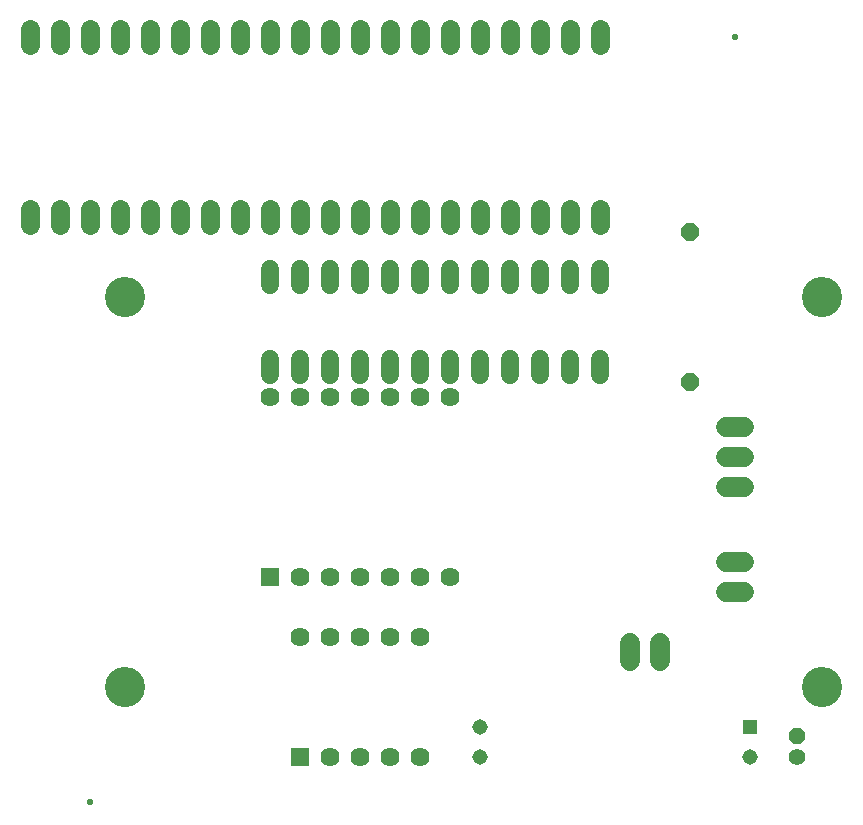
<source format=gbr>
G04 EAGLE Gerber RS-274X export*
G75*
%MOMM*%
%FSLAX34Y34*%
%LPD*%
%INSoldermask Bottom*%
%IPPOS*%
%AMOC8*
5,1,8,0,0,1.08239X$1,22.5*%
G01*
%ADD10C,3.403200*%
%ADD11C,0.553200*%
%ADD12P,1.539592X8X112.500000*%
%ADD13C,1.422400*%
%ADD14R,1.621200X1.621200*%
%ADD15C,1.621200*%
%ADD16C,1.727200*%
%ADD17P,1.649562X8X112.500000*%
%ADD18C,1.311200*%
%ADD19R,1.311200X1.311200*%
%ADD20C,1.611200*%
%ADD21C,1.524000*%


D10*
X785000Y288000D03*
X785000Y618000D03*
X195000Y288000D03*
X195000Y618000D03*
D11*
X711200Y838200D03*
X165100Y190500D03*
D12*
X763270Y246380D03*
D13*
X763270Y228600D03*
D14*
X317500Y381000D03*
D15*
X342900Y381000D03*
X368300Y381000D03*
X393700Y381000D03*
X419100Y381000D03*
X444500Y381000D03*
X469900Y381000D03*
X469900Y533400D03*
X444500Y533400D03*
X419100Y533400D03*
X393700Y533400D03*
X368300Y533400D03*
X342900Y533400D03*
X317500Y533400D03*
D16*
X703580Y393700D02*
X718820Y393700D01*
X718820Y368300D02*
X703580Y368300D01*
X703580Y457200D02*
X718820Y457200D01*
X718820Y482600D02*
X703580Y482600D01*
X703580Y508000D02*
X718820Y508000D01*
X622300Y325120D02*
X622300Y309880D01*
X647700Y309880D02*
X647700Y325120D01*
D17*
X673100Y546100D03*
X673100Y673100D03*
D18*
X495300Y254000D03*
X495300Y228600D03*
D19*
X723900Y254000D03*
D18*
X723900Y228600D03*
D14*
X342900Y228600D03*
D15*
X368300Y228600D03*
X393700Y228600D03*
X419100Y228600D03*
X444500Y228600D03*
X444500Y330200D03*
X419100Y330200D03*
X393700Y330200D03*
X368300Y330200D03*
X342900Y330200D03*
D20*
X114300Y678760D02*
X114300Y692840D01*
X139700Y692840D02*
X139700Y678760D01*
X165100Y678760D02*
X165100Y692840D01*
X190500Y692840D02*
X190500Y678760D01*
X215900Y678760D02*
X215900Y692840D01*
X241300Y692840D02*
X241300Y678760D01*
X266700Y678760D02*
X266700Y692840D01*
X292100Y692840D02*
X292100Y678760D01*
X317500Y678760D02*
X317500Y692840D01*
X342900Y692840D02*
X342900Y678760D01*
X368300Y678760D02*
X368300Y692840D01*
X393700Y692840D02*
X393700Y678760D01*
X419100Y678760D02*
X419100Y692840D01*
X444500Y692840D02*
X444500Y678760D01*
X469900Y678760D02*
X469900Y692840D01*
X495300Y692840D02*
X495300Y678760D01*
X520700Y678760D02*
X520700Y692840D01*
X546100Y692840D02*
X546100Y678760D01*
X571500Y678760D02*
X571500Y692840D01*
X596900Y692840D02*
X596900Y678760D01*
X114300Y831160D02*
X114300Y845240D01*
X139700Y845240D02*
X139700Y831160D01*
X165100Y831160D02*
X165100Y845240D01*
X190500Y845240D02*
X190500Y831160D01*
X215900Y831160D02*
X215900Y845240D01*
X241300Y845240D02*
X241300Y831160D01*
X266700Y831160D02*
X266700Y845240D01*
X292100Y845240D02*
X292100Y831160D01*
X317500Y831160D02*
X317500Y845240D01*
X342900Y845240D02*
X342900Y831160D01*
X368300Y831160D02*
X368300Y845240D01*
X393700Y845240D02*
X393700Y831160D01*
X419100Y831160D02*
X419100Y845240D01*
X444500Y845240D02*
X444500Y831160D01*
X469900Y831160D02*
X469900Y845240D01*
X495300Y845240D02*
X495300Y831160D01*
X520700Y831160D02*
X520700Y845240D01*
X546100Y845240D02*
X546100Y831160D01*
X571500Y831160D02*
X571500Y845240D01*
X596900Y845240D02*
X596900Y831160D01*
D21*
X317500Y565404D02*
X317500Y552196D01*
X342900Y552196D02*
X342900Y565404D01*
X368300Y565404D02*
X368300Y552196D01*
X393700Y552196D02*
X393700Y565404D01*
X419100Y565404D02*
X419100Y552196D01*
X444500Y552196D02*
X444500Y565404D01*
X469900Y565404D02*
X469900Y552196D01*
X495300Y552196D02*
X495300Y565404D01*
X520700Y565404D02*
X520700Y552196D01*
X546100Y552196D02*
X546100Y565404D01*
X571500Y565404D02*
X571500Y552196D01*
X596900Y552196D02*
X596900Y565404D01*
X596900Y628396D02*
X596900Y641604D01*
X571500Y641604D02*
X571500Y628396D01*
X546100Y628396D02*
X546100Y641604D01*
X520700Y641604D02*
X520700Y628396D01*
X495300Y628396D02*
X495300Y641604D01*
X469900Y641604D02*
X469900Y628396D01*
X444500Y628396D02*
X444500Y641604D01*
X419100Y641604D02*
X419100Y628396D01*
X393700Y628396D02*
X393700Y641604D01*
X368300Y641604D02*
X368300Y628396D01*
X342900Y628396D02*
X342900Y641604D01*
X317500Y641604D02*
X317500Y628396D01*
M02*

</source>
